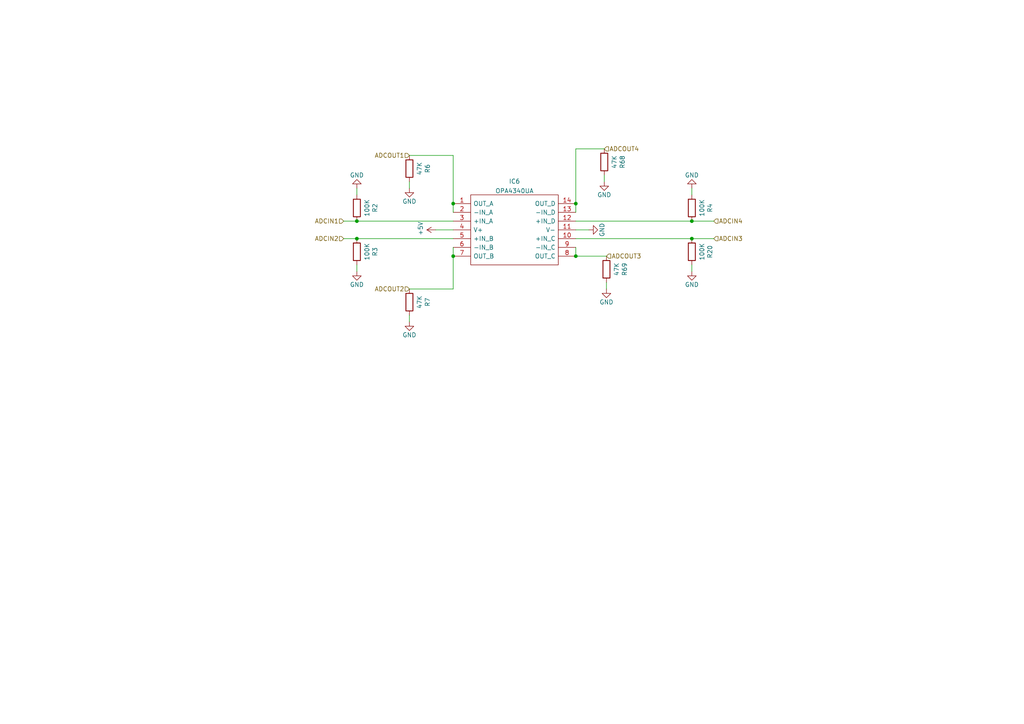
<source format=kicad_sch>
(kicad_sch (version 20211123) (generator eeschema)
  (paper "A4")
  (lib_symbols
    (symbol "Device:R" (pin_numbers hide) (pin_names (offset 0))
      (property "Reference" "R" (at 2.032 0 90))
      (property "Value" "R" (at 0 0 90))
      (symbol "R_0_1"
        (rectangle (start -1.016 -2.54) (end 1.016 2.54) (stroke (width 0.254)))
      )
      (symbol "R_1_1"
        (pin passive line (at 0 3.81 270) (length 1.27) (name "~") (number "1"))
        (pin passive line (at 0 -3.81 90) (length 1.27) (name "~") (number "2"))
      )
    )
    (symbol "Samac_Sys:OPA4340UA" (pin_names (offset 0.762))
      (property "Reference" "IC" (at 31.75 7.62 0))
      (property "Value" "OPA4340UA" (at 31.75 5.08 0))
      (symbol "OPA4340UA_0_0"
        (pin passive line (at 0 0 0) (length 5.08) (name "OUT_A") (number "1"))
        (pin passive line (at 35.56 -10.16 180) (length 5.08) (name "+IN_C") (number "10"))
        (pin passive line (at 35.56 -7.62 180) (length 5.08) (name "V-") (number "11"))
        (pin passive line (at 35.56 -5.08 180) (length 5.08) (name "+IN_D") (number "12"))
        (pin passive line (at 35.56 -2.54 180) (length 5.08) (name "-IN_D") (number "13"))
        (pin passive line (at 35.56 0 180) (length 5.08) (name "OUT_D") (number "14"))
        (pin passive line (at 0 -2.54 0) (length 5.08) (name "-IN_A") (number "2"))
        (pin passive line (at 0 -5.08 0) (length 5.08) (name "+IN_A") (number "3"))
        (pin passive line (at 0 -7.62 0) (length 5.08) (name "V+") (number "4"))
        (pin passive line (at 0 -10.16 0) (length 5.08) (name "+IN_B") (number "5"))
        (pin passive line (at 0 -12.7 0) (length 5.08) (name "-IN_B") (number "6"))
        (pin passive line (at 0 -15.24 0) (length 5.08) (name "OUT_B") (number "7"))
        (pin passive line (at 35.56 -15.24 180) (length 5.08) (name "OUT_C") (number "8"))
        (pin passive line (at 35.56 -12.7 180) (length 5.08) (name "-IN_C") (number "9"))
      )
      (symbol "OPA4340UA_0_1"
        (polyline (pts (xy 5.08 2.54) (xy 30.48 2.54) (xy 30.48 -17.78) (xy 5.08 -17.78) (xy 5.08 2.54)) (stroke (width 0.1524)))
      )
    )
    (symbol "power:+5V" (power) (pin_names (offset 0))
      (property "Value" "+5V" (at 0 3.556 0))
      (symbol "+5V_0_1"
        (polyline (pts (xy -0.762 1.27) (xy 0 2.54)))
        (polyline (pts (xy 0 0) (xy 0 2.54)))
        (polyline (pts (xy 0 2.54) (xy 0.762 1.27)))
      )
      (symbol "+5V_1_1"
        (pin power_in line (at 0 0 90) (length 0) hide (name "+5V") (number "1"))
      )
    )
    (symbol "power:GND" (power) (pin_names (offset 0))
      (property "Value" "GND" (at 0 -3.81 0))
      (symbol "GND_0_1"
        (polyline (pts (xy 0 0) (xy 0 -1.27) (xy 1.27 -1.27) (xy 0 -2.54) (xy -1.27 -1.27) (xy 0 -1.27)))
      )
      (symbol "GND_1_1"
        (pin power_in line (at 0 0 270) (length 0) hide (name "GND") (number "1"))
      )
    )
  )
  (junction (at 103.505 64.135))
  (junction (at 131.445 74.295))
  (junction (at 131.445 59.055))
  (junction (at 103.505 69.215))
  (junction (at 167.005 74.295))
  (junction (at 200.66 64.135))
  (junction (at 200.66 69.215))
  (junction (at 167.005 59.055))
  (wire (pts (xy 99.695 64.135) (xy 103.505 64.135)))
  (wire (pts (xy 200.66 76.835) (xy 200.66 78.74)))
  (wire (pts (xy 200.66 69.215) (xy 207.01 69.215)))
  (wire (pts (xy 118.745 52.705) (xy 118.745 54.61)))
  (wire (pts (xy 167.005 59.055) (xy 167.005 61.595)))
  (wire (pts (xy 118.745 45.085) (xy 131.445 45.085)))
  (wire (pts (xy 200.66 56.515) (xy 200.66 54.61)))
  (wire (pts (xy 118.745 83.82) (xy 131.445 83.82)))
  (wire (pts (xy 99.695 69.215) (xy 103.505 69.215)))
  (wire (pts (xy 103.505 56.515) (xy 103.505 54.61)))
  (wire (pts (xy 103.505 76.835) (xy 103.505 78.74)))
  (wire (pts (xy 131.445 83.82) (xy 131.445 74.295)))
  (wire (pts (xy 103.505 64.135) (xy 131.445 64.135)))
  (wire (pts (xy 167.005 74.295) (xy 175.895 74.295)))
  (wire (pts (xy 200.66 64.135) (xy 207.01 64.135)))
  (wire (pts (xy 167.005 71.755) (xy 167.005 74.295)))
  (wire (pts (xy 167.005 43.18) (xy 175.26 43.18)))
  (wire (pts (xy 131.445 59.055) (xy 131.445 61.595)))
  (wire (pts (xy 131.445 71.755) (xy 131.445 74.295)))
  (wire (pts (xy 167.005 69.215) (xy 200.66 69.215)))
  (wire (pts (xy 175.895 81.915) (xy 175.895 83.82)))
  (wire (pts (xy 175.26 50.8) (xy 175.26 52.705)))
  (wire (pts (xy 126.365 66.675) (xy 131.445 66.675)))
  (wire (pts (xy 131.445 45.085) (xy 131.445 59.055)))
  (wire (pts (xy 103.505 69.215) (xy 131.445 69.215)))
  (wire (pts (xy 167.005 64.135) (xy 200.66 64.135)))
  (wire (pts (xy 167.005 43.18) (xy 167.005 59.055)))
  (wire (pts (xy 167.005 66.675) (xy 170.815 66.675)))
  (wire (pts (xy 118.745 91.44) (xy 118.745 93.345)))
  (hierarchical_label "ADCOUT1" (shape input) (at 118.745 45.085 180))
  (hierarchical_label "ADCOUT3" (shape input) (at 175.895 74.295 0))
  (hierarchical_label "ADCIN1" (shape input) (at 99.695 64.135 180))
  (hierarchical_label "ADCIN2" (shape input) (at 99.695 69.215 180))
  (hierarchical_label "ADCOUT4" (shape input) (at 175.26 43.18 0))
  (hierarchical_label "ADCOUT2" (shape input) (at 118.745 83.82 180))
  (hierarchical_label "ADCIN4" (shape input) (at 207.01 64.135 0))
  (hierarchical_label "ADCIN3" (shape input) (at 207.01 69.215 0))
  (symbol (lib_id "Device:R") (at 118.745 48.895 180)
    (property "Reference" "R6" (at 124.0028 48.895 90))
    (property "Value" "47K" (at 121.6914 48.895 90))
    (property "Footprint" "Resistor_THT:R_Axial_DIN0207_L6.3mm_D2.5mm_P2.54mm_Vertical" (effects hide))
  )
  (symbol (lib_id "Samac_Sys:OPA4340UA") (at 131.445 59.055 0)
    (property "Reference" "IC6" (at 149.225 52.5993 0))
    (property "Value" "OPA4340UA" (at 149.225 55.3744 0))
    (property "Footprint" "SOIC127P600X175-14N" (effects hide))
    (property "Datasheet" "http://www.ti.com/lit/gpn/opa4340" (effects hide))
    (property "Description" "Single-Supply, Rail-to-Rail Operational Amplifiers MicroAmplifier Series" (effects hide))
    (property "Height" "1.75" (effects hide))
    (property "Mouser Part Number" "595-OPA4340UA" (effects hide))
    (property "Mouser Price/Stock" "https://www.mouser.co.uk/ProductDetail/Texas-Instruments/OPA4340UA?qs=wgAEGBTxy7nRw0DNGsw%252Bcg%3D%3D" (effects hide))
    (property "Manufacturer_Name" "Texas Instruments" (effects hide))
    (property "Manufacturer_Part_Number" "OPA4340UA" (effects hide))
  )
  (symbol (lib_id "power:GND") (at 170.815 66.675 90)
    (property "Reference" "#PWR0143" (effects hide))
    (property "Value" "GND" (at 174.625 66.675 0))
  )
  (symbol (lib_id "power:GND") (at 200.66 54.61 0) (mirror x)
    (property "Reference" "#PWR033" (effects hide))
    (property "Value" "GND" (at 200.66 50.8 0))
  )
  (symbol (lib_id "power:GND") (at 200.66 78.74 0)
    (property "Reference" "#PWR034" (effects hide))
    (property "Value" "GND" (at 200.66 82.55 0))
  )
  (symbol (lib_id "Device:R") (at 118.745 87.63 180)
    (property "Reference" "R7" (at 124.0028 87.63 90))
    (property "Value" "47K" (at 121.6914 87.63 90))
    (property "Footprint" "Resistor_THT:R_Axial_DIN0207_L6.3mm_D2.5mm_P2.54mm_Vertical" (effects hide))
  )
  (symbol (lib_id "Device:R") (at 200.66 73.025 180)
    (property "Reference" "R20" (at 205.9178 73.025 90))
    (property "Value" "100K" (at 203.6064 73.025 90))
    (property "Footprint" "Resistor_THT:R_Axial_DIN0207_L6.3mm_D2.5mm_P2.54mm_Vertical" (effects hide))
  )
  (symbol (lib_id "power:GND") (at 118.745 54.61 0)
    (property "Reference" "#PWR0144" (effects hide))
    (property "Value" "GND" (at 118.745 58.42 0))
  )
  (symbol (lib_id "Device:R") (at 103.505 60.325 0) (mirror y)
    (property "Reference" "R2" (at 108.7628 60.325 90))
    (property "Value" "100K" (at 106.4514 60.325 90))
    (property "Footprint" "Resistor_THT:R_Axial_DIN0207_L6.3mm_D2.5mm_P2.54mm_Vertical" (effects hide))
  )
  (symbol (lib_id "power:+5V") (at 126.365 66.675 90)
    (property "Reference" "#PWR0142" (effects hide))
    (property "Value" "+5V" (at 121.9708 66.294 0))
  )
  (symbol (lib_id "power:GND") (at 103.505 78.74 0)
    (property "Reference" "#PWR032" (effects hide))
    (property "Value" "GND" (at 103.505 82.55 0))
  )
  (symbol (lib_id "Device:R") (at 175.26 46.99 180)
    (property "Reference" "R68" (at 180.5178 46.99 90))
    (property "Value" "47K" (at 178.2064 46.99 90))
    (property "Footprint" "Resistor_THT:R_Axial_DIN0207_L6.3mm_D2.5mm_P2.54mm_Vertical" (effects hide))
  )
  (symbol (lib_id "power:GND") (at 118.745 93.345 0)
    (property "Reference" "#PWR0141" (effects hide))
    (property "Value" "GND" (at 118.745 97.155 0))
  )
  (symbol (lib_id "power:GND") (at 103.505 54.61 0) (mirror x)
    (property "Reference" "#PWR031" (effects hide))
    (property "Value" "GND" (at 103.505 50.8 0))
  )
  (symbol (lib_id "power:GND") (at 175.26 52.705 0)
    (property "Reference" "#PWR0127" (effects hide))
    (property "Value" "GND" (at 175.26 56.515 0))
  )
  (symbol (lib_id "Device:R") (at 103.505 73.025 180)
    (property "Reference" "R3" (at 108.7628 73.025 90))
    (property "Value" "100K" (at 106.4514 73.025 90))
    (property "Footprint" "Resistor_THT:R_Axial_DIN0207_L6.3mm_D2.5mm_P2.54mm_Vertical" (effects hide))
  )
  (symbol (lib_id "power:GND") (at 175.895 83.82 0)
    (property "Reference" "#PWR0140" (effects hide))
    (property "Value" "GND" (at 175.895 87.63 0))
  )
  (symbol (lib_id "Device:R") (at 175.895 78.105 180)
    (property "Reference" "R69" (at 181.1528 78.105 90))
    (property "Value" "47K" (at 178.8414 78.105 90))
    (property "Footprint" "Resistor_THT:R_Axial_DIN0207_L6.3mm_D2.5mm_P2.54mm_Vertical" (effects hide))
  )
  (symbol (lib_id "Device:R") (at 200.66 60.325 0) (mirror y)
    (property "Reference" "R4" (at 205.9178 60.325 90))
    (property "Value" "100K" (at 203.6064 60.325 90))
    (property "Footprint" "Resistor_THT:R_Axial_DIN0207_L6.3mm_D2.5mm_P2.54mm_Vertical" (effects hide))
  )
)
</source>
